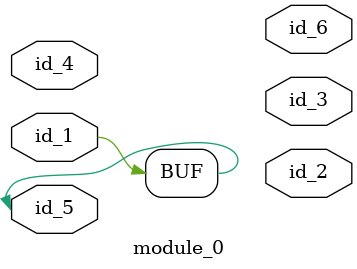
<source format=v>
module module_0 (
    id_1,
    id_2,
    id_3,
    id_4,
    id_5,
    id_6
);
  output id_6;
  inout id_5;
  input id_4;
  output id_3;
  output id_2;
  inout id_1;
  assign id_1 = id_5;
endmodule

</source>
